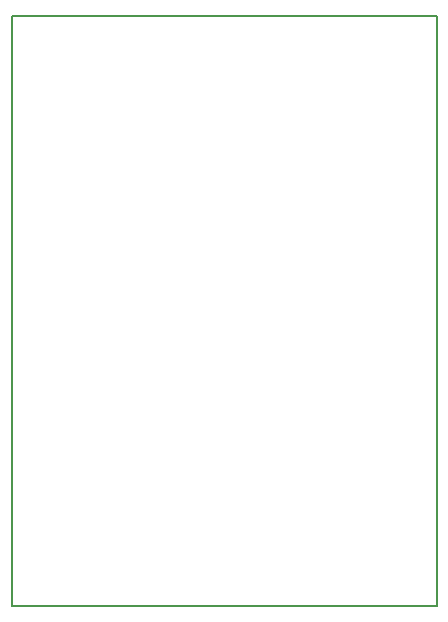
<source format=gko>
G04 #@! TF.FileFunction,Profile,NP*
%FSLAX46Y46*%
G04 Gerber Fmt 4.6, Leading zero omitted, Abs format (unit mm)*
G04 Created by KiCad (PCBNEW 4.0.7) date 01/02/18 09:07:11*
%MOMM*%
%LPD*%
G01*
G04 APERTURE LIST*
%ADD10C,0.100000*%
%ADD11C,0.150000*%
G04 APERTURE END LIST*
D10*
D11*
X127000000Y-147000000D02*
X129000000Y-147000000D01*
X127000000Y-97000000D02*
X129000000Y-97000000D01*
X93000000Y-147000000D02*
X95000000Y-147000000D01*
X93000000Y-97000000D02*
X95000000Y-97000000D01*
X95000000Y-147000000D02*
X127000000Y-147000000D01*
X95000000Y-97000000D02*
X127000000Y-97000000D01*
X129000000Y-97000000D02*
X129000000Y-147000000D01*
X93000000Y-97000000D02*
X93000000Y-147000000D01*
M02*

</source>
